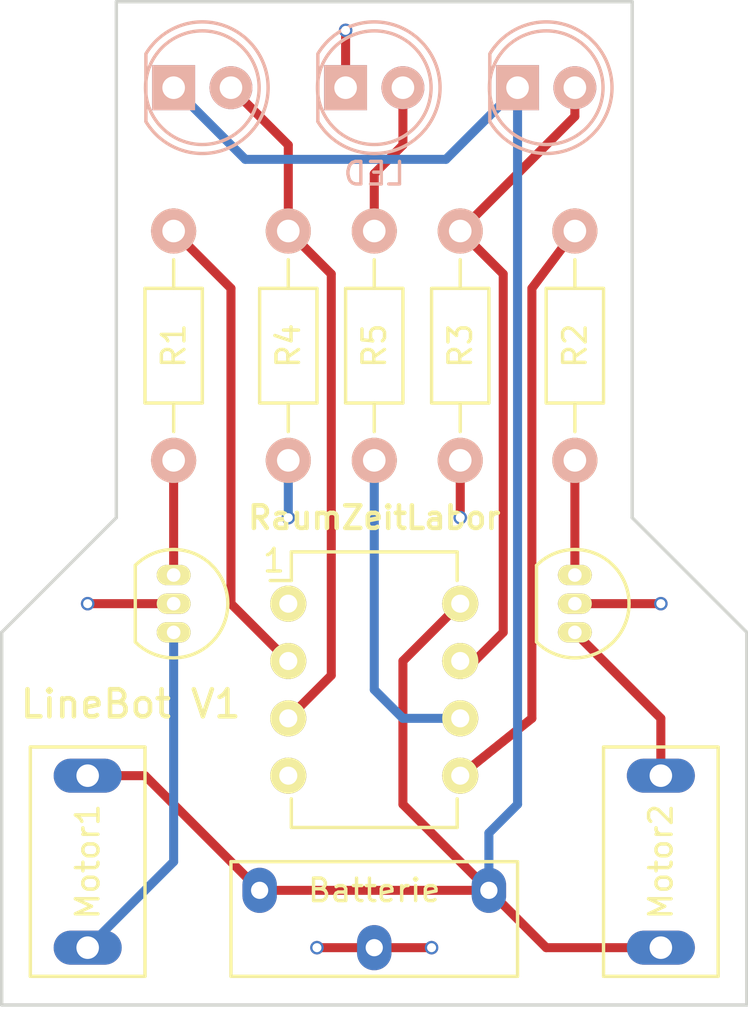
<source format=kicad_pcb>
(kicad_pcb (version 4) (host pcbnew 4.0.4-stable)

  (general
    (links 24)
    (no_connects 6)
    (area 116.348571 73.601 168.985001 120.555)
    (thickness 1.6)
    (drawings 10)
    (tracks 57)
    (zones 0)
    (modules 14)
    (nets 13)
  )

  (page A4)
  (layers
    (0 F.Cu signal)
    (31 B.Cu signal)
    (32 B.Adhes user)
    (33 F.Adhes user)
    (34 B.Paste user)
    (35 F.Paste user)
    (36 B.SilkS user)
    (37 F.SilkS user)
    (38 B.Mask user)
    (39 F.Mask user)
    (40 Dwgs.User user)
    (41 Cmts.User user)
    (42 Eco1.User user)
    (43 Eco2.User user)
    (44 Edge.Cuts user)
    (45 Margin user)
    (46 B.CrtYd user)
    (47 F.CrtYd user)
    (48 B.Fab user)
    (49 F.Fab user)
  )

  (setup
    (last_trace_width 0.4)
    (trace_clearance 0.3)
    (zone_clearance 0.508)
    (zone_45_only no)
    (trace_min 0.4)
    (segment_width 0.2)
    (edge_width 0.15)
    (via_size 0.6)
    (via_drill 0.4)
    (via_min_size 0.6)
    (via_min_drill 0.3)
    (uvia_size 0.3)
    (uvia_drill 0.1)
    (uvias_allowed no)
    (uvia_min_size 0.2)
    (uvia_min_drill 0.1)
    (pcb_text_width 0.3)
    (pcb_text_size 1.5 1.5)
    (mod_edge_width 0.15)
    (mod_text_size 1 1)
    (mod_text_width 0.15)
    (pad_size 3.2 3.2)
    (pad_drill 2.1)
    (pad_to_mask_clearance 0.2)
    (aux_axis_origin 0 0)
    (visible_elements FFFEFF7F)
    (pcbplotparams
      (layerselection 0x00030_80000001)
      (usegerberextensions false)
      (excludeedgelayer true)
      (linewidth 0.100000)
      (plotframeref false)
      (viasonmask false)
      (mode 1)
      (useauxorigin false)
      (hpglpennumber 1)
      (hpglpenspeed 20)
      (hpglpendiameter 15)
      (hpglpenoverlay 2)
      (psnegative false)
      (psa4output false)
      (plotreference true)
      (plotvalue true)
      (plotinvisibletext false)
      (padsonsilk false)
      (subtractmaskfromsilk false)
      (outputformat 1)
      (mirror false)
      (drillshape 1)
      (scaleselection 1)
      (outputdirectory ""))
  )

  (net 0 "")
  (net 1 VCC)
  (net 2 GND)
  (net 3 "Net-(D1-Pad2)")
  (net 4 "Net-(IC1-Pad2)")
  (net 5 "Net-(IC1-Pad3)")
  (net 6 "Net-(IC1-Pad5)")
  (net 7 "Net-(IC1-Pad6)")
  (net 8 "Net-(IC1-Pad7)")
  (net 9 "Net-(P1-Pad1)")
  (net 10 "Net-(P2-Pad1)")
  (net 11 "Net-(Q1-Pad1)")
  (net 12 "Net-(Q2-Pad1)")

  (net_class Default "This is the default net class."
    (clearance 0.3)
    (trace_width 0.4)
    (via_dia 0.6)
    (via_drill 0.4)
    (uvia_dia 0.3)
    (uvia_drill 0.1)
    (add_net GND)
    (add_net "Net-(D1-Pad2)")
    (add_net "Net-(IC1-Pad2)")
    (add_net "Net-(IC1-Pad3)")
    (add_net "Net-(IC1-Pad5)")
    (add_net "Net-(IC1-Pad6)")
    (add_net "Net-(IC1-Pad7)")
    (add_net "Net-(P1-Pad1)")
    (add_net "Net-(P2-Pad1)")
    (add_net "Net-(Q1-Pad1)")
    (add_net "Net-(Q2-Pad1)")
    (add_net VCC)
  )

  (module LEDs:LED-5MM (layer B.Cu) (tedit 58A83078) (tstamp 587DA5F0)
    (at 158.75 78.74)
    (descr "LED 5mm round vertical")
    (tags "LED 5mm round vertical")
    (path /587788A7)
    (fp_text reference Q3 (at 1.524 -4.064) (layer B.SilkS) hide
      (effects (font (size 1 1) (thickness 0.15)) (justify mirror))
    )
    (fp_text value PT (at 1.524 3.937) (layer B.Fab)
      (effects (font (size 1 1) (thickness 0.15)) (justify mirror))
    )
    (fp_line (start -1.5 1.55) (end -1.5 -1.55) (layer B.CrtYd) (width 0.05))
    (fp_arc (start 1.3 0) (end -1.5 -1.55) (angle 302) (layer B.CrtYd) (width 0.05))
    (fp_arc (start 1.27 0) (end -1.23 1.5) (angle -297.5) (layer B.SilkS) (width 0.15))
    (fp_line (start -1.23 -1.5) (end -1.23 1.5) (layer B.SilkS) (width 0.15))
    (fp_circle (center 1.27 0) (end 0.97 2.5) (layer B.SilkS) (width 0.15))
    (fp_text user K (at -1.905 -1.905) (layer B.SilkS) hide
      (effects (font (size 1 1) (thickness 0.15)) (justify mirror))
    )
    (pad 1 thru_hole rect (at 0 0 270) (size 2 1.9) (drill 1.00076) (layers *.Cu *.Mask B.SilkS)
      (net 1 VCC))
    (pad 2 thru_hole circle (at 2.54 0) (size 1.9 1.9) (drill 1.00076) (layers *.Cu *.Mask B.SilkS)
      (net 8 "Net-(IC1-Pad7)"))
    (model LEDs.3dshapes/LED-5MM.wrl
      (at (xyz 0.05 0 0))
      (scale (xyz 1 1 1))
      (rotate (xyz 0 0 90))
    )
  )

  (module LEDs:LED-5MM (layer B.Cu) (tedit 58A8307F) (tstamp 587DA5FC)
    (at 143.51 78.74)
    (descr "LED 5mm round vertical")
    (tags "LED 5mm round vertical")
    (path /58778D19)
    (fp_text reference Q4 (at 1.524 -4.064) (layer B.SilkS) hide
      (effects (font (size 1 1) (thickness 0.15)) (justify mirror))
    )
    (fp_text value PT (at 1.524 3.937) (layer B.Fab)
      (effects (font (size 1 1) (thickness 0.15)) (justify mirror))
    )
    (fp_line (start -1.5 1.55) (end -1.5 -1.55) (layer B.CrtYd) (width 0.05))
    (fp_arc (start 1.3 0) (end -1.5 -1.55) (angle 302) (layer B.CrtYd) (width 0.05))
    (fp_arc (start 1.27 0) (end -1.23 1.5) (angle -297.5) (layer B.SilkS) (width 0.15))
    (fp_line (start -1.23 -1.5) (end -1.23 1.5) (layer B.SilkS) (width 0.15))
    (fp_circle (center 1.27 0) (end 0.97 2.5) (layer B.SilkS) (width 0.15))
    (fp_text user K (at -1.905 -1.905) (layer B.SilkS) hide
      (effects (font (size 1 1) (thickness 0.15)) (justify mirror))
    )
    (pad 1 thru_hole rect (at 0 0 270) (size 2 1.9) (drill 1.00076) (layers *.Cu *.Mask B.SilkS)
      (net 1 VCC))
    (pad 2 thru_hole circle (at 2.54 0) (size 1.9 1.9) (drill 1.00076) (layers *.Cu *.Mask B.SilkS)
      (net 5 "Net-(IC1-Pad3)"))
    (model LEDs.3dshapes/LED-5MM.wrl
      (at (xyz 0.05 0 0))
      (scale (xyz 1 1 1))
      (rotate (xyz 0 0 90))
    )
  )

  (module Resistors_ThroughHole:Resistor_Horizontal_RM10mm (layer F.Cu) (tedit 589DE373) (tstamp 587DA60C)
    (at 143.51 95.25 90)
    (descr "Resistor, Axial,  RM 10mm, 1/3W")
    (tags "Resistor Axial RM 10mm 1/3W")
    (path /589CE98A)
    (fp_text reference R1 (at 5.08 0 90) (layer F.SilkS)
      (effects (font (size 1 1) (thickness 0.15)))
    )
    (fp_text value 1k (at 5.08 0 90) (layer F.Fab)
      (effects (font (size 1 1) (thickness 0.15)))
    )
    (fp_line (start -1.25 -1.5) (end 11.4 -1.5) (layer F.CrtYd) (width 0.05))
    (fp_line (start -1.25 1.5) (end -1.25 -1.5) (layer F.CrtYd) (width 0.05))
    (fp_line (start 11.4 -1.5) (end 11.4 1.5) (layer F.CrtYd) (width 0.05))
    (fp_line (start -1.25 1.5) (end 11.4 1.5) (layer F.CrtYd) (width 0.05))
    (fp_line (start 2.54 -1.27) (end 7.62 -1.27) (layer F.SilkS) (width 0.15))
    (fp_line (start 7.62 -1.27) (end 7.62 1.27) (layer F.SilkS) (width 0.15))
    (fp_line (start 7.62 1.27) (end 2.54 1.27) (layer F.SilkS) (width 0.15))
    (fp_line (start 2.54 1.27) (end 2.54 -1.27) (layer F.SilkS) (width 0.15))
    (fp_line (start 2.54 0) (end 1.27 0) (layer F.SilkS) (width 0.15))
    (fp_line (start 7.62 0) (end 8.89 0) (layer F.SilkS) (width 0.15))
    (pad 1 thru_hole circle (at 0 0 90) (size 1.99898 1.99898) (drill 1.00076) (layers *.Cu *.SilkS *.Mask)
      (net 11 "Net-(Q1-Pad1)"))
    (pad 2 thru_hole circle (at 10.16 0 90) (size 1.99898 1.99898) (drill 1.00076) (layers *.Cu *.SilkS *.Mask)
      (net 4 "Net-(IC1-Pad2)"))
    (model Resistors_ThroughHole.3dshapes/Resistor_Horizontal_RM10mm.wrl
      (at (xyz 0.2 0 0))
      (scale (xyz 0.4 0.4 0.4))
      (rotate (xyz 0 0 0))
    )
  )

  (module Resistors_ThroughHole:Resistor_Horizontal_RM10mm (layer F.Cu) (tedit 589DE36F) (tstamp 587DA61C)
    (at 161.29 95.25 90)
    (descr "Resistor, Axial,  RM 10mm, 1/3W")
    (tags "Resistor Axial RM 10mm 1/3W")
    (path /589CEB0B)
    (fp_text reference R2 (at 5.08 0 90) (layer F.SilkS)
      (effects (font (size 1 1) (thickness 0.15)))
    )
    (fp_text value 1k (at 5.08 0 90) (layer F.Fab)
      (effects (font (size 1 1) (thickness 0.15)))
    )
    (fp_line (start -1.25 -1.5) (end 11.4 -1.5) (layer F.CrtYd) (width 0.05))
    (fp_line (start -1.25 1.5) (end -1.25 -1.5) (layer F.CrtYd) (width 0.05))
    (fp_line (start 11.4 -1.5) (end 11.4 1.5) (layer F.CrtYd) (width 0.05))
    (fp_line (start -1.25 1.5) (end 11.4 1.5) (layer F.CrtYd) (width 0.05))
    (fp_line (start 2.54 -1.27) (end 7.62 -1.27) (layer F.SilkS) (width 0.15))
    (fp_line (start 7.62 -1.27) (end 7.62 1.27) (layer F.SilkS) (width 0.15))
    (fp_line (start 7.62 1.27) (end 2.54 1.27) (layer F.SilkS) (width 0.15))
    (fp_line (start 2.54 1.27) (end 2.54 -1.27) (layer F.SilkS) (width 0.15))
    (fp_line (start 2.54 0) (end 1.27 0) (layer F.SilkS) (width 0.15))
    (fp_line (start 7.62 0) (end 8.89 0) (layer F.SilkS) (width 0.15))
    (pad 1 thru_hole circle (at 0 0 90) (size 1.99898 1.99898) (drill 1.00076) (layers *.Cu *.SilkS *.Mask)
      (net 12 "Net-(Q2-Pad1)"))
    (pad 2 thru_hole circle (at 10.16 0 90) (size 1.99898 1.99898) (drill 1.00076) (layers *.Cu *.SilkS *.Mask)
      (net 6 "Net-(IC1-Pad5)"))
    (model Resistors_ThroughHole.3dshapes/Resistor_Horizontal_RM10mm.wrl
      (at (xyz 0.2 0 0))
      (scale (xyz 0.4 0.4 0.4))
      (rotate (xyz 0 0 0))
    )
  )

  (module Resistors_ThroughHole:Resistor_Horizontal_RM10mm (layer F.Cu) (tedit 589DE2F6) (tstamp 587DA62C)
    (at 156.21 85.09 270)
    (descr "Resistor, Axial,  RM 10mm, 1/3W")
    (tags "Resistor Axial RM 10mm 1/3W")
    (path /587788E6)
    (fp_text reference R3 (at 5.08 0 270) (layer F.SilkS)
      (effects (font (size 1 1) (thickness 0.15)))
    )
    (fp_text value 10k (at 5.08 0 270) (layer F.Fab)
      (effects (font (size 1 1) (thickness 0.15)))
    )
    (fp_line (start -1.25 -1.5) (end 11.4 -1.5) (layer F.CrtYd) (width 0.05))
    (fp_line (start -1.25 1.5) (end -1.25 -1.5) (layer F.CrtYd) (width 0.05))
    (fp_line (start 11.4 -1.5) (end 11.4 1.5) (layer F.CrtYd) (width 0.05))
    (fp_line (start -1.25 1.5) (end 11.4 1.5) (layer F.CrtYd) (width 0.05))
    (fp_line (start 2.54 -1.27) (end 7.62 -1.27) (layer F.SilkS) (width 0.15))
    (fp_line (start 7.62 -1.27) (end 7.62 1.27) (layer F.SilkS) (width 0.15))
    (fp_line (start 7.62 1.27) (end 2.54 1.27) (layer F.SilkS) (width 0.15))
    (fp_line (start 2.54 1.27) (end 2.54 -1.27) (layer F.SilkS) (width 0.15))
    (fp_line (start 2.54 0) (end 1.27 0) (layer F.SilkS) (width 0.15))
    (fp_line (start 7.62 0) (end 8.89 0) (layer F.SilkS) (width 0.15))
    (pad 1 thru_hole circle (at 0 0 270) (size 1.99898 1.99898) (drill 1.00076) (layers *.Cu *.SilkS *.Mask)
      (net 8 "Net-(IC1-Pad7)"))
    (pad 2 thru_hole circle (at 10.16 0 270) (size 1.99898 1.99898) (drill 1.00076) (layers *.Cu *.SilkS *.Mask)
      (net 2 GND))
    (model Resistors_ThroughHole.3dshapes/Resistor_Horizontal_RM10mm.wrl
      (at (xyz 0.2 0 0))
      (scale (xyz 0.4 0.4 0.4))
      (rotate (xyz 0 0 0))
    )
  )

  (module Resistors_ThroughHole:Resistor_Horizontal_RM10mm (layer F.Cu) (tedit 589DE2F9) (tstamp 589CE7BF)
    (at 148.59 85.09 270)
    (descr "Resistor, Axial,  RM 10mm, 1/3W")
    (tags "Resistor Axial RM 10mm 1/3W")
    (path /58778D1F)
    (fp_text reference R4 (at 5.08 0 270) (layer F.SilkS)
      (effects (font (size 1 1) (thickness 0.15)))
    )
    (fp_text value 10k (at 5.08 3.81 270) (layer F.Fab)
      (effects (font (size 1 1) (thickness 0.15)))
    )
    (fp_line (start -1.25 -1.5) (end 11.4 -1.5) (layer F.CrtYd) (width 0.05))
    (fp_line (start -1.25 1.5) (end -1.25 -1.5) (layer F.CrtYd) (width 0.05))
    (fp_line (start 11.4 -1.5) (end 11.4 1.5) (layer F.CrtYd) (width 0.05))
    (fp_line (start -1.25 1.5) (end 11.4 1.5) (layer F.CrtYd) (width 0.05))
    (fp_line (start 2.54 -1.27) (end 7.62 -1.27) (layer F.SilkS) (width 0.15))
    (fp_line (start 7.62 -1.27) (end 7.62 1.27) (layer F.SilkS) (width 0.15))
    (fp_line (start 7.62 1.27) (end 2.54 1.27) (layer F.SilkS) (width 0.15))
    (fp_line (start 2.54 1.27) (end 2.54 -1.27) (layer F.SilkS) (width 0.15))
    (fp_line (start 2.54 0) (end 1.27 0) (layer F.SilkS) (width 0.15))
    (fp_line (start 7.62 0) (end 8.89 0) (layer F.SilkS) (width 0.15))
    (pad 1 thru_hole circle (at 0 0 270) (size 1.99898 1.99898) (drill 1.00076) (layers *.Cu *.SilkS *.Mask)
      (net 5 "Net-(IC1-Pad3)"))
    (pad 2 thru_hole circle (at 10.16 0 270) (size 1.99898 1.99898) (drill 1.00076) (layers *.Cu *.SilkS *.Mask)
      (net 2 GND))
    (model Resistors_ThroughHole.3dshapes/Resistor_Horizontal_RM10mm.wrl
      (at (xyz 0.2 0 0))
      (scale (xyz 0.4 0.4 0.4))
      (rotate (xyz 0 0 0))
    )
  )

  (module Resistors_ThroughHole:Resistor_Horizontal_RM10mm (layer F.Cu) (tedit 589DE2F1) (tstamp 589CE7C5)
    (at 152.4 95.25 90)
    (descr "Resistor, Axial,  RM 10mm, 1/3W")
    (tags "Resistor Axial RM 10mm 1/3W")
    (path /58778A6A)
    (fp_text reference R5 (at 5.08 0 90) (layer F.SilkS)
      (effects (font (size 1 1) (thickness 0.15)))
    )
    (fp_text value 330 (at 5.08 3.81 90) (layer F.Fab)
      (effects (font (size 1 1) (thickness 0.15)))
    )
    (fp_line (start -1.25 -1.5) (end 11.4 -1.5) (layer F.CrtYd) (width 0.05))
    (fp_line (start -1.25 1.5) (end -1.25 -1.5) (layer F.CrtYd) (width 0.05))
    (fp_line (start 11.4 -1.5) (end 11.4 1.5) (layer F.CrtYd) (width 0.05))
    (fp_line (start -1.25 1.5) (end 11.4 1.5) (layer F.CrtYd) (width 0.05))
    (fp_line (start 2.54 -1.27) (end 7.62 -1.27) (layer F.SilkS) (width 0.15))
    (fp_line (start 7.62 -1.27) (end 7.62 1.27) (layer F.SilkS) (width 0.15))
    (fp_line (start 7.62 1.27) (end 2.54 1.27) (layer F.SilkS) (width 0.15))
    (fp_line (start 2.54 1.27) (end 2.54 -1.27) (layer F.SilkS) (width 0.15))
    (fp_line (start 2.54 0) (end 1.27 0) (layer F.SilkS) (width 0.15))
    (fp_line (start 7.62 0) (end 8.89 0) (layer F.SilkS) (width 0.15))
    (pad 1 thru_hole circle (at 0 0 90) (size 1.99898 1.99898) (drill 1.00076) (layers *.Cu *.SilkS *.Mask)
      (net 7 "Net-(IC1-Pad6)"))
    (pad 2 thru_hole circle (at 10.16 0 90) (size 1.99898 1.99898) (drill 1.00076) (layers *.Cu *.SilkS *.Mask)
      (net 3 "Net-(D1-Pad2)"))
    (model Resistors_ThroughHole.3dshapes/Resistor_Horizontal_RM10mm.wrl
      (at (xyz 0.2 0 0))
      (scale (xyz 0.4 0.4 0.4))
      (rotate (xyz 0 0 0))
    )
  )

  (module TO_SOT_Packages_THT:TO-92_Inline_Narrow_Oval (layer F.Cu) (tedit 58A83003) (tstamp 589CE932)
    (at 143.51 100.33 270)
    (descr "TO-92 leads in-line, narrow, oval pads, drill 0.6mm (see NXP sot054_po.pdf)")
    (tags "to-92 sc-43 sc-43a sot54 PA33 transistor")
    (path /589CE6FF)
    (fp_text reference Q1 (at 1.27 2.54 270) (layer F.SilkS) hide
      (effects (font (size 1 1) (thickness 0.15)))
    )
    (fp_text value BC817-40 (at 0 3 270) (layer F.Fab)
      (effects (font (size 1 1) (thickness 0.15)))
    )
    (fp_line (start -1.4 1.95) (end -1.4 -2.65) (layer F.CrtYd) (width 0.05))
    (fp_line (start -1.4 1.95) (end 3.95 1.95) (layer F.CrtYd) (width 0.05))
    (fp_line (start -0.43 1.7) (end 2.97 1.7) (layer F.SilkS) (width 0.15))
    (fp_arc (start 1.27 0) (end 1.27 -2.4) (angle -135) (layer F.SilkS) (width 0.15))
    (fp_arc (start 1.27 0) (end 1.27 -2.4) (angle 135) (layer F.SilkS) (width 0.15))
    (fp_line (start -1.4 -2.65) (end 3.95 -2.65) (layer F.CrtYd) (width 0.05))
    (fp_line (start 3.95 1.95) (end 3.95 -2.65) (layer F.CrtYd) (width 0.05))
    (pad 2 thru_hole oval (at 1.27 0 90) (size 0.89916 1.50114) (drill 0.6) (layers *.Cu *.Mask F.SilkS)
      (net 2 GND))
    (pad 3 thru_hole oval (at 2.54 0 90) (size 0.89916 1.50114) (drill 0.6) (layers *.Cu *.Mask F.SilkS)
      (net 9 "Net-(P1-Pad1)"))
    (pad 1 thru_hole oval (at 0 0 90) (size 0.89916 1.50114) (drill 0.6) (layers *.Cu *.Mask F.SilkS)
      (net 11 "Net-(Q1-Pad1)"))
    (model TO_SOT_Packages_THT.3dshapes/TO-92_Inline_Narrow_Oval.wrl
      (at (xyz 0.05 0 0))
      (scale (xyz 1 1 1))
      (rotate (xyz 0 0 -90))
    )
  )

  (module TO_SOT_Packages_THT:TO-92_Inline_Narrow_Oval (layer F.Cu) (tedit 58A8300B) (tstamp 589CE938)
    (at 161.29 100.33 270)
    (descr "TO-92 leads in-line, narrow, oval pads, drill 0.6mm (see NXP sot054_po.pdf)")
    (tags "to-92 sc-43 sc-43a sot54 PA33 transistor")
    (path /589CEB03)
    (fp_text reference Q2 (at 1.27 -1.905 270) (layer F.SilkS) hide
      (effects (font (size 1 1) (thickness 0.15)))
    )
    (fp_text value BC817-40 (at 0 3 270) (layer F.Fab)
      (effects (font (size 1 1) (thickness 0.15)))
    )
    (fp_line (start -1.4 1.95) (end -1.4 -2.65) (layer F.CrtYd) (width 0.05))
    (fp_line (start -1.4 1.95) (end 3.95 1.95) (layer F.CrtYd) (width 0.05))
    (fp_line (start -0.43 1.7) (end 2.97 1.7) (layer F.SilkS) (width 0.15))
    (fp_arc (start 1.27 0) (end 1.27 -2.4) (angle -135) (layer F.SilkS) (width 0.15))
    (fp_arc (start 1.27 0) (end 1.27 -2.4) (angle 135) (layer F.SilkS) (width 0.15))
    (fp_line (start -1.4 -2.65) (end 3.95 -2.65) (layer F.CrtYd) (width 0.05))
    (fp_line (start 3.95 1.95) (end 3.95 -2.65) (layer F.CrtYd) (width 0.05))
    (pad 2 thru_hole oval (at 1.27 0 90) (size 0.89916 1.50114) (drill 0.6) (layers *.Cu *.Mask F.SilkS)
      (net 2 GND))
    (pad 3 thru_hole oval (at 2.54 0 90) (size 0.89916 1.50114) (drill 0.6) (layers *.Cu *.Mask F.SilkS)
      (net 10 "Net-(P2-Pad1)"))
    (pad 1 thru_hole oval (at 0 0 90) (size 0.89916 1.50114) (drill 0.6) (layers *.Cu *.Mask F.SilkS)
      (net 12 "Net-(Q2-Pad1)"))
    (model TO_SOT_Packages_THT.3dshapes/TO-92_Inline_Narrow_Oval.wrl
      (at (xyz 0.05 0 0))
      (scale (xyz 1 1 1))
      (rotate (xyz 0 0 -90))
    )
  )

  (module LEDs:LED-5MM (layer B.Cu) (tedit 58A8304C) (tstamp 58A31F6E)
    (at 151.13 78.74)
    (descr "LED 5mm round vertical")
    (tags "LED 5mm round vertical")
    (path /587789F3)
    (fp_text reference LED (at 1.27 3.81) (layer B.SilkS)
      (effects (font (size 1 1) (thickness 0.15)) (justify mirror))
    )
    (fp_text value LED (at 1.524 3.937) (layer B.Fab)
      (effects (font (size 1 1) (thickness 0.15)) (justify mirror))
    )
    (fp_line (start -1.5 1.55) (end -1.5 -1.55) (layer B.CrtYd) (width 0.05))
    (fp_arc (start 1.3 0) (end -1.5 -1.55) (angle 302) (layer B.CrtYd) (width 0.05))
    (fp_arc (start 1.27 0) (end -1.23 1.5) (angle -297.5) (layer B.SilkS) (width 0.15))
    (fp_line (start -1.23 -1.5) (end -1.23 1.5) (layer B.SilkS) (width 0.15))
    (fp_circle (center 1.27 0) (end 0.97 2.5) (layer B.SilkS) (width 0.15))
    (fp_text user K (at -1.905 -1.905) (layer B.SilkS) hide
      (effects (font (size 1 1) (thickness 0.15)) (justify mirror))
    )
    (pad 1 thru_hole rect (at 0 0 270) (size 2 1.9) (drill 1.00076) (layers *.Cu *.Mask B.SilkS)
      (net 2 GND))
    (pad 2 thru_hole circle (at 2.54 0) (size 1.9 1.9) (drill 1.00076) (layers *.Cu *.Mask B.SilkS)
      (net 3 "Net-(D1-Pad2)"))
    (model LEDs.3dshapes/LED-5MM.wrl
      (at (xyz 0.05 0 0))
      (scale (xyz 1 1 1))
      (rotate (xyz 0 0 90))
    )
  )

  (module Housings_DIP:DIP-8_W7.62mm (layer F.Cu) (tedit 58A5F480) (tstamp 58A31F7A)
    (at 148.59 101.6)
    (descr "8-lead dip package, row spacing 7.62 mm (300 mils)")
    (tags "dil dip 2.54 300")
    (path /587783F4)
    (fp_text reference 1 (at -0.635 -1.905) (layer F.SilkS)
      (effects (font (size 1 1) (thickness 0.15)))
    )
    (fp_text value ATTINY85-P (at 0 -3.72) (layer F.Fab)
      (effects (font (size 1 1) (thickness 0.15)))
    )
    (fp_line (start -1.05 -2.45) (end -1.05 10.1) (layer F.CrtYd) (width 0.05))
    (fp_line (start 8.65 -2.45) (end 8.65 10.1) (layer F.CrtYd) (width 0.05))
    (fp_line (start -1.05 -2.45) (end 8.65 -2.45) (layer F.CrtYd) (width 0.05))
    (fp_line (start -1.05 10.1) (end 8.65 10.1) (layer F.CrtYd) (width 0.05))
    (fp_line (start 0.135 -2.295) (end 0.135 -1.025) (layer F.SilkS) (width 0.15))
    (fp_line (start 7.485 -2.295) (end 7.485 -1.025) (layer F.SilkS) (width 0.15))
    (fp_line (start 7.485 9.915) (end 7.485 8.645) (layer F.SilkS) (width 0.15))
    (fp_line (start 0.135 9.915) (end 0.135 8.645) (layer F.SilkS) (width 0.15))
    (fp_line (start 0.135 -2.295) (end 7.485 -2.295) (layer F.SilkS) (width 0.15))
    (fp_line (start 0.135 9.915) (end 7.485 9.915) (layer F.SilkS) (width 0.15))
    (fp_line (start 0.135 -1.025) (end -0.8 -1.025) (layer F.SilkS) (width 0.15))
    (pad 1 thru_hole oval (at 0 0) (size 1.6 1.6) (drill 0.8) (layers *.Cu *.Mask F.SilkS))
    (pad 2 thru_hole oval (at 0 2.54) (size 1.6 1.6) (drill 0.8) (layers *.Cu *.Mask F.SilkS)
      (net 4 "Net-(IC1-Pad2)"))
    (pad 3 thru_hole oval (at 0 5.08) (size 1.6 1.6) (drill 0.8) (layers *.Cu *.Mask F.SilkS)
      (net 5 "Net-(IC1-Pad3)"))
    (pad 4 thru_hole oval (at 0 7.62) (size 1.6 1.6) (drill 0.8) (layers *.Cu *.Mask F.SilkS)
      (net 2 GND))
    (pad 5 thru_hole oval (at 7.62 7.62) (size 1.6 1.6) (drill 0.8) (layers *.Cu *.Mask F.SilkS)
      (net 6 "Net-(IC1-Pad5)"))
    (pad 6 thru_hole oval (at 7.62 5.08) (size 1.6 1.6) (drill 0.8) (layers *.Cu *.Mask F.SilkS)
      (net 7 "Net-(IC1-Pad6)"))
    (pad 7 thru_hole oval (at 7.62 2.54) (size 1.6 1.6) (drill 0.8) (layers *.Cu *.Mask F.SilkS)
      (net 8 "Net-(IC1-Pad7)"))
    (pad 8 thru_hole oval (at 7.62 0) (size 1.6 1.6) (drill 0.8) (layers *.Cu *.Mask F.SilkS)
      (net 1 VCC))
    (model Housings_DIP.3dshapes/DIP-8_W7.62mm.wrl
      (at (xyz 0 0 0))
      (scale (xyz 1 1 1))
      (rotate (xyz 0 0 0))
    )
  )

  (module mybattery:Batterie_aufrecht (layer F.Cu) (tedit 58A80F37) (tstamp 58A5F362)
    (at 152.4 116.84)
    (path /58A5F179)
    (attr virtual)
    (fp_text reference Batterie (at 0 -2.54) (layer F.SilkS)
      (effects (font (size 1 1) (thickness 0.15)))
    )
    (fp_text value Battery (at 0 2.54) (layer F.Fab)
      (effects (font (size 1 1) (thickness 0.15)))
    )
    (fp_line (start -6.35 -3.81) (end 6.35 -3.81) (layer F.SilkS) (width 0.15))
    (fp_line (start 6.35 -3.81) (end 6.35 1.27) (layer F.SilkS) (width 0.15))
    (fp_line (start 6.35 1.27) (end -6.35 1.27) (layer F.SilkS) (width 0.15))
    (fp_line (start -6.35 1.27) (end -6.35 -3.81) (layer F.SilkS) (width 0.15))
    (pad 1 thru_hole oval (at -5.08 -2.54) (size 1.524 2) (drill 0.762) (layers *.Cu *.Mask)
      (net 1 VCC))
    (pad 2 thru_hole oval (at 0 0) (size 1.524 2) (drill 0.762) (layers *.Cu *.Mask)
      (net 2 GND))
    (pad 1 thru_hole oval (at 5.08 -2.54) (size 1.524 2) (drill 0.762) (layers *.Cu *.Mask)
      (net 1 VCC))
  )

  (module motorholder:motorholder (layer F.Cu) (tedit 58A80F44) (tstamp 58A80ABC)
    (at 139.7 113.03 90)
    (path /58778EB1)
    (attr virtual)
    (fp_text reference Motor1 (at 0 0 90) (layer F.SilkS)
      (effects (font (size 1 1) (thickness 0.15)))
    )
    (fp_text value Motor (at 0 3.81 90) (layer F.Fab)
      (effects (font (size 1 1) (thickness 0.15)))
    )
    (fp_line (start -5.08 -2.54) (end 5.08 -2.54) (layer F.SilkS) (width 0.15))
    (fp_line (start 5.08 -2.54) (end 5.08 2.54) (layer F.SilkS) (width 0.15))
    (fp_line (start 5.08 2.54) (end -5.08 2.54) (layer F.SilkS) (width 0.15))
    (fp_line (start -5.08 2.54) (end -5.08 -2.54) (layer F.SilkS) (width 0.15))
    (pad 1 thru_hole oval (at -3.81 0 90) (size 1.50622 3.01498) (drill 0.99822) (layers *.Cu *.Mask)
      (net 9 "Net-(P1-Pad1)"))
    (pad 2 thru_hole oval (at 3.81 0 90) (size 1.50622 3.01498) (drill 0.99822) (layers *.Cu *.Mask)
      (net 1 VCC))
  )

  (module motorholder:motorholder (layer F.Cu) (tedit 58A80F4D) (tstamp 58A80AC6)
    (at 165.1 113.03 270)
    (path /589CEAF7)
    (attr virtual)
    (fp_text reference Motor2 (at 0 0 270) (layer F.SilkS)
      (effects (font (size 1 1) (thickness 0.15)))
    )
    (fp_text value Motor (at 0 3.81 270) (layer F.Fab)
      (effects (font (size 1 1) (thickness 0.15)))
    )
    (fp_line (start -5.08 -2.54) (end 5.08 -2.54) (layer F.SilkS) (width 0.15))
    (fp_line (start 5.08 -2.54) (end 5.08 2.54) (layer F.SilkS) (width 0.15))
    (fp_line (start 5.08 2.54) (end -5.08 2.54) (layer F.SilkS) (width 0.15))
    (fp_line (start -5.08 2.54) (end -5.08 -2.54) (layer F.SilkS) (width 0.15))
    (pad 1 thru_hole oval (at -3.81 0 270) (size 1.50622 3.01498) (drill 0.99822) (layers *.Cu *.Mask)
      (net 10 "Net-(P2-Pad1)"))
    (pad 2 thru_hole oval (at 3.81 0 270) (size 1.50622 3.01498) (drill 0.99822) (layers *.Cu *.Mask)
      (net 1 VCC))
  )

  (gr_line (start 163.83 97.79) (end 168.91 102.87) (angle 90) (layer Edge.Cuts) (width 0.15))
  (gr_line (start 163.83 74.93) (end 163.83 97.79) (angle 90) (layer Edge.Cuts) (width 0.15))
  (gr_line (start 140.97 74.93) (end 163.83 74.93) (angle 90) (layer Edge.Cuts) (width 0.15))
  (gr_line (start 140.97 97.79) (end 140.97 74.93) (angle 90) (layer Edge.Cuts) (width 0.15))
  (gr_line (start 135.89 102.87) (end 140.97 97.79) (angle 90) (layer Edge.Cuts) (width 0.15))
  (gr_line (start 135.89 119.38) (end 135.89 102.87) (angle 90) (layer Edge.Cuts) (width 0.15))
  (gr_line (start 168.91 119.38) (end 168.91 102.87) (angle 90) (layer Edge.Cuts) (width 0.15))
  (gr_line (start 135.89 119.38) (end 168.91 119.38) (angle 90) (layer Edge.Cuts) (width 0.15))
  (gr_text RaumZeitLabor (at 152.4 97.79) (layer F.SilkS)
    (effects (font (size 1 1) (thickness 0.2)))
  )
  (gr_text "LineBot V1" (at 141.605 106.045) (layer F.SilkS)
    (effects (font (size 1.2 1.2) (thickness 0.2)))
  )

  (segment (start 165.1 116.84) (end 160.02 116.84) (width 0.4) (layer F.Cu) (net 1) (status 400000))
  (segment (start 160.02 116.84) (end 157.48 114.3) (width 0.4) (layer F.Cu) (net 1) (tstamp 58A9F04D) (status 800000))
  (segment (start 139.7 109.22) (end 142.24 109.22) (width 0.4) (layer F.Cu) (net 1) (status 400000))
  (segment (start 142.24 109.22) (end 147.32 114.3) (width 0.4) (layer F.Cu) (net 1) (tstamp 58A9F042) (status 800000))
  (segment (start 153.67 104.14) (end 153.67 110.49) (width 0.4) (layer F.Cu) (net 1))
  (segment (start 156.21 101.6) (end 153.67 104.14) (width 0.4) (layer F.Cu) (net 1) (status 10))
  (segment (start 153.67 110.49) (end 157.48 114.3) (width 0.4) (layer F.Cu) (net 1) (tstamp 58A9F014) (status 800000))
  (segment (start 147.32 114.3) (end 157.48 114.3) (width 0.4) (layer F.Cu) (net 1) (status C00000))
  (segment (start 157.48 114.3) (end 157.48 111.76) (width 0.4) (layer B.Cu) (net 1) (status 400000))
  (segment (start 158.75 110.49) (end 158.75 78.74) (width 0.4) (layer B.Cu) (net 1) (tstamp 58A01A34))
  (segment (start 158.75 110.49) (end 157.48 111.76) (width 0.4) (layer B.Cu) (net 1))
  (segment (start 158.75 78.74) (end 155.575 81.915) (width 0.4) (layer B.Cu) (net 1))
  (segment (start 146.685 81.915) (end 143.51 78.74) (width 0.4) (layer B.Cu) (net 1) (tstamp 58A01A7C))
  (segment (start 155.575 81.915) (end 146.685 81.915) (width 0.4) (layer B.Cu) (net 1) (tstamp 58A01A75))
  (segment (start 156.21 95.25) (end 156.21 97.79) (width 0.4) (layer F.Cu) (net 2) (status 400000))
  (via (at 156.21 97.79) (size 0.6) (drill 0.4) (layers F.Cu B.Cu) (net 2))
  (segment (start 148.59 95.25) (end 148.59 97.79) (width 0.4) (layer B.Cu) (net 2) (status 400000))
  (via (at 148.59 97.79) (size 0.6) (drill 0.4) (layers F.Cu B.Cu) (net 2))
  (segment (start 151.13 78.74) (end 151.13 76.2) (width 0.4) (layer F.Cu) (net 2) (status 400000))
  (via (at 151.13 76.2) (size 0.6) (drill 0.4) (layers F.Cu B.Cu) (net 2))
  (segment (start 152.4 116.84) (end 149.86 116.84) (width 0.4) (layer F.Cu) (net 2) (status 400000))
  (via (at 149.86 116.84) (size 0.6) (drill 0.4) (layers F.Cu B.Cu) (net 2))
  (segment (start 152.4 116.84) (end 154.94 116.84) (width 0.4) (layer F.Cu) (net 2) (status 400000))
  (via (at 154.94 116.84) (size 0.6) (drill 0.4) (layers F.Cu B.Cu) (net 2))
  (segment (start 143.51 101.6) (end 139.7 101.6) (width 0.4) (layer F.Cu) (net 2) (status 400000))
  (via (at 139.7 101.6) (size 0.6) (drill 0.4) (layers F.Cu B.Cu) (net 2))
  (segment (start 161.29 101.6) (end 165.1 101.6) (width 0.4) (layer F.Cu) (net 2) (status 400000))
  (via (at 165.1 101.6) (size 0.6) (drill 0.4) (layers F.Cu B.Cu) (net 2))
  (segment (start 152.4 85.09) (end 152.4 82.55) (width 0.4) (layer F.Cu) (net 3) (status 10))
  (segment (start 153.67 81.28) (end 153.67 78.74) (width 0.4) (layer F.Cu) (net 3) (tstamp 58A01418) (status 20))
  (segment (start 152.4 82.55) (end 153.67 81.28) (width 0.4) (layer F.Cu) (net 3) (tstamp 58A0140E))
  (segment (start 148.59 104.14) (end 146.05 101.6) (width 0.4) (layer F.Cu) (net 4) (status 10))
  (segment (start 146.05 101.6) (end 146.05 87.63) (width 0.4) (layer F.Cu) (net 4) (tstamp 58A013C7))
  (segment (start 146.05 87.63) (end 143.51 85.09) (width 0.4) (layer F.Cu) (net 4) (tstamp 58A013C9) (status 20))
  (segment (start 148.59 106.68) (end 150.495 104.775) (width 0.4) (layer F.Cu) (net 5) (status 10))
  (segment (start 150.495 86.995) (end 148.59 85.09) (width 0.4) (layer F.Cu) (net 5) (tstamp 58A015D6) (status 20))
  (segment (start 150.495 104.775) (end 150.495 86.995) (width 0.4) (layer F.Cu) (net 5) (tstamp 58A015CE))
  (segment (start 148.59 85.09) (end 148.59 81.28) (width 0.4) (layer F.Cu) (net 5) (status 10))
  (segment (start 148.59 81.28) (end 146.05 78.74) (width 0.4) (layer F.Cu) (net 5) (tstamp 58A013FA) (status 20))
  (segment (start 156.21 109.22) (end 159.385 106.68) (width 0.4) (layer F.Cu) (net 6) (status 10))
  (segment (start 159.385 106.68) (end 159.385 87.63) (width 0.4) (layer F.Cu) (net 6) (tstamp 58A013B0))
  (segment (start 159.385 87.63) (end 161.29 85.09) (width 0.4) (layer F.Cu) (net 6) (tstamp 58A013B1) (status 20))
  (segment (start 156.21 106.68) (end 153.67 106.68) (width 0.4) (layer B.Cu) (net 7) (status 10))
  (segment (start 152.4 105.41) (end 152.4 95.25) (width 0.4) (layer B.Cu) (net 7) (tstamp 58A014AA) (status 20))
  (segment (start 153.67 106.68) (end 152.4 105.41) (width 0.4) (layer B.Cu) (net 7) (tstamp 58A0149E))
  (segment (start 156.21 104.14) (end 156.845 104.14) (width 0.4) (layer F.Cu) (net 8) (status 30))
  (segment (start 156.845 104.14) (end 158.115 102.87) (width 0.4) (layer F.Cu) (net 8) (tstamp 58A0168E) (status 10))
  (segment (start 158.115 102.87) (end 158.115 86.995) (width 0.4) (layer F.Cu) (net 8) (tstamp 58A01692))
  (segment (start 158.115 86.995) (end 156.21 85.09) (width 0.4) (layer F.Cu) (net 8) (tstamp 58A01697) (status 20))
  (segment (start 156.21 85.09) (end 161.29 80.01) (width 0.4) (layer F.Cu) (net 8) (status 10))
  (segment (start 161.29 80.01) (end 161.29 78.74) (width 0.4) (layer F.Cu) (net 8) (tstamp 58A013E8) (status 20))
  (segment (start 139.7 116.84) (end 143.51 113.03) (width 0.4) (layer B.Cu) (net 9) (status 400000))
  (segment (start 143.51 113.03) (end 143.51 102.87) (width 0.4) (layer B.Cu) (net 9) (tstamp 58A9F070) (status 800000))
  (segment (start 165.1 109.22) (end 165.1 106.68) (width 0.4) (layer F.Cu) (net 10) (status 400000))
  (segment (start 165.1 106.68) (end 161.29 102.87) (width 0.4) (layer F.Cu) (net 10) (tstamp 58A9F055) (status 800000))
  (segment (start 143.51 100.33) (end 143.51 95.25) (width 0.4) (layer F.Cu) (net 11) (status 30))
  (segment (start 161.29 100.33) (end 161.29 95.25) (width 0.4) (layer F.Cu) (net 12) (status 30))

  (zone (net 2) (net_name GND) (layer B.Cu) (tstamp 58A9F0C3) (hatch edge 0.508)
    (connect_pads (clearance 0.508))
    (min_thickness 0.254)
    (fill (arc_segments 16) (thermal_gap 0.508) (thermal_bridge_width 0.508))
    (polygon
      (pts
        (xy 163.83 97.79) (xy 168.91 102.87) (xy 168.91 119.38) (xy 135.89 119.38) (xy 135.89 102.87)
        (xy 140.97 97.79) (xy 140.97 74.93) (xy 163.83 74.93)
      )
    )
  )
  (zone (net 2) (net_name GND) (layer F.Cu) (tstamp 58A9F0E8) (hatch edge 0.508)
    (connect_pads (clearance 0.508))
    (min_thickness 0.254)
    (fill (arc_segments 16) (thermal_gap 0.508) (thermal_bridge_width 0.508))
    (polygon
      (pts
        (xy 163.83 97.79) (xy 168.91 102.87) (xy 168.91 119.38) (xy 135.89 119.38) (xy 135.89 102.87)
        (xy 140.97 97.79) (xy 140.97 74.93) (xy 163.83 74.93)
      )
    )
  )
)

</source>
